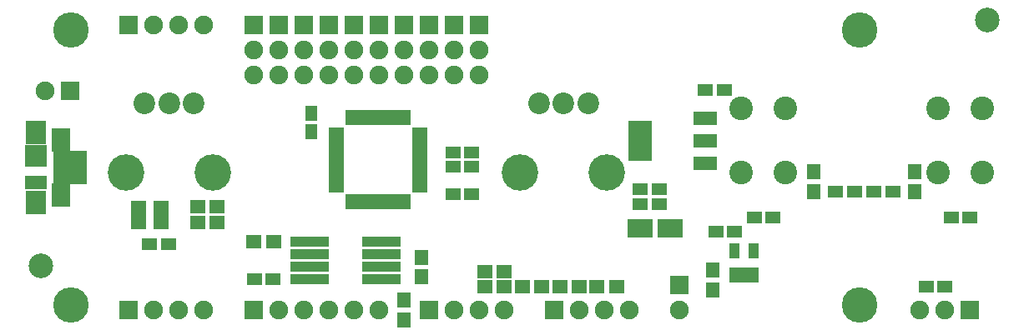
<source format=gbr>
G04 #@! TF.GenerationSoftware,KiCad,Pcbnew,(5.0.0)*
G04 #@! TF.CreationDate,2019-10-15T14:43:01+03:00*
G04 #@! TF.ProjectId,RDC2-0051,524443322D303035312E6B696361645F,rev?*
G04 #@! TF.SameCoordinates,Original*
G04 #@! TF.FileFunction,Soldermask,Top*
G04 #@! TF.FilePolarity,Negative*
%FSLAX46Y46*%
G04 Gerber Fmt 4.6, Leading zero omitted, Abs format (unit mm)*
G04 Created by KiCad (PCBNEW (5.0.0)) date 10/15/19 14:43:01*
%MOMM*%
%LPD*%
G01*
G04 APERTURE LIST*
%ADD10C,2.500000*%
%ADD11C,1.600000*%
%ADD12R,3.900000X1.050000*%
%ADD13C,3.600000*%
%ADD14C,3.700000*%
%ADD15C,2.200000*%
%ADD16R,1.900000X1.900000*%
%ADD17C,1.900000*%
%ADD18R,3.400000X0.850000*%
%ADD19R,1.950000X2.400000*%
%ADD20R,2.100000X2.400000*%
%ADD21R,2.300000X2.200000*%
%ADD22R,2.300000X1.400000*%
%ADD23C,2.400000*%
%ADD24R,1.600000X1.000000*%
%ADD25R,1.000000X1.600000*%
%ADD26R,1.600000X1.150000*%
%ADD27R,1.150000X1.600000*%
%ADD28R,2.500000X1.900000*%
%ADD29R,2.432000X4.057600*%
%ADD30R,2.432000X1.416000*%
%ADD31R,1.100000X1.500000*%
%ADD32R,1.500000X1.400000*%
%ADD33R,1.400000X1.500000*%
%ADD34O,1.900000X1.900000*%
G04 APERTURE END LIST*
D10*
G04 #@! TO.C,REF\002A\002A*
X198000000Y-68000000D03*
D11*
X198000000Y-68000000D03*
G04 #@! TD*
G04 #@! TO.C,REF\002A\002A*
X102000000Y-93000000D03*
D10*
X102000000Y-93000000D03*
G04 #@! TD*
D12*
G04 #@! TO.C,DD3*
X136500000Y-94355000D03*
X136500000Y-93085000D03*
X136500000Y-91815000D03*
X136500000Y-90545000D03*
X129200000Y-90545000D03*
X129200000Y-91815000D03*
X129200000Y-93085000D03*
X129200000Y-94355000D03*
G04 #@! TD*
D13*
G04 #@! TO.C,REF\002A\002A*
X185000000Y-97000000D03*
G04 #@! TD*
G04 #@! TO.C,REF\002A\002A*
X185000000Y-69000000D03*
G04 #@! TD*
G04 #@! TO.C,REF\002A\002A*
X105000000Y-97000000D03*
G04 #@! TD*
G04 #@! TO.C,REF\002A\002A*
X105000000Y-69000000D03*
G04 #@! TD*
D14*
G04 #@! TO.C,R8*
X159400000Y-83500000D03*
X150600000Y-83500000D03*
D15*
X157500000Y-76500000D03*
X152500000Y-76500000D03*
X155000000Y-76500000D03*
G04 #@! TD*
D14*
G04 #@! TO.C,R7*
X119400000Y-83500000D03*
X110600000Y-83500000D03*
D15*
X117500000Y-76500000D03*
X112500000Y-76500000D03*
X115000000Y-76500000D03*
G04 #@! TD*
D16*
G04 #@! TO.C,XP2*
X196240000Y-97500000D03*
D17*
X193700000Y-97500000D03*
X191160000Y-97500000D03*
G04 #@! TD*
D18*
G04 #@! TO.C,XS1*
X104900000Y-81700000D03*
X104900000Y-82350000D03*
X104900000Y-83000000D03*
X104900000Y-83650000D03*
X104900000Y-84300000D03*
D19*
X104020000Y-80230000D03*
X104020000Y-85770000D03*
D20*
X101450000Y-79450000D03*
X101450000Y-86550000D03*
D21*
X101450000Y-81850000D03*
D22*
X101450000Y-84550000D03*
G04 #@! TD*
D23*
G04 #@! TO.C,SW1*
X177500000Y-77000000D03*
X173000000Y-77000000D03*
X177500000Y-83500000D03*
X173000000Y-83500000D03*
G04 #@! TD*
G04 #@! TO.C,SW2*
X197500000Y-77000000D03*
X193000000Y-77000000D03*
X197500000Y-83500000D03*
X193000000Y-83500000D03*
G04 #@! TD*
D24*
G04 #@! TO.C,DD2*
X140450000Y-85000000D03*
X140450000Y-84200000D03*
X140450000Y-83400000D03*
X140450000Y-82600000D03*
X140450000Y-81800000D03*
X140450000Y-81000000D03*
X140450000Y-80200000D03*
X140450000Y-79400000D03*
D25*
X139000000Y-77950000D03*
X138200000Y-77950000D03*
X137400000Y-77950000D03*
X136600000Y-77950000D03*
X135800000Y-77950000D03*
X135000000Y-77950000D03*
X134200000Y-77950000D03*
X133400000Y-77950000D03*
D24*
X131950000Y-79400000D03*
X131950000Y-80200000D03*
X131950000Y-81000000D03*
X131950000Y-81800000D03*
X131950000Y-82600000D03*
X131950000Y-83400000D03*
X131950000Y-84200000D03*
X131950000Y-85000000D03*
D25*
X133400000Y-86450000D03*
X134200000Y-86450000D03*
X135000000Y-86450000D03*
X135800000Y-86450000D03*
X136600000Y-86450000D03*
X137400000Y-86450000D03*
X138200000Y-86450000D03*
X139000000Y-86450000D03*
G04 #@! TD*
D26*
G04 #@! TO.C,C1*
X171300000Y-75150000D03*
X169400000Y-75150000D03*
G04 #@! TD*
G04 #@! TO.C,C2*
X164700000Y-85200000D03*
X162800000Y-85200000D03*
G04 #@! TD*
G04 #@! TO.C,C3*
X162800000Y-86700000D03*
X164700000Y-86700000D03*
G04 #@! TD*
G04 #@! TO.C,C4*
X145700000Y-82950000D03*
X143800000Y-82950000D03*
G04 #@! TD*
G04 #@! TO.C,C5*
X176250000Y-88050000D03*
X174350000Y-88050000D03*
G04 #@! TD*
G04 #@! TO.C,C6*
X194350000Y-88050000D03*
X196250000Y-88050000D03*
G04 #@! TD*
G04 #@! TO.C,C7*
X143800000Y-85700000D03*
X145700000Y-85700000D03*
G04 #@! TD*
G04 #@! TO.C,C8*
X145700000Y-81450000D03*
X143800000Y-81450000D03*
G04 #@! TD*
D27*
G04 #@! TO.C,C9*
X129400000Y-77450000D03*
X129400000Y-79350000D03*
G04 #@! TD*
D28*
G04 #@! TO.C,C10*
X165800000Y-89200000D03*
X162800000Y-89200000D03*
G04 #@! TD*
D26*
G04 #@! TO.C,C11*
X193700000Y-95100000D03*
X191800000Y-95100000D03*
G04 #@! TD*
G04 #@! TO.C,C12*
X113000000Y-90800000D03*
X114900000Y-90800000D03*
G04 #@! TD*
G04 #@! TO.C,C13*
X125550000Y-94350000D03*
X123650000Y-94350000D03*
G04 #@! TD*
G04 #@! TO.C,C14*
X184500000Y-85450000D03*
X182600000Y-85450000D03*
G04 #@! TD*
G04 #@! TO.C,C15*
X188400000Y-85450000D03*
X186500000Y-85450000D03*
G04 #@! TD*
D29*
G04 #@! TO.C,DA1*
X162798000Y-80300000D03*
D30*
X169402000Y-80300000D03*
X169402000Y-78014000D03*
X169402000Y-82586000D03*
G04 #@! TD*
D31*
G04 #@! TO.C,DD1*
X172350000Y-93900000D03*
X173300000Y-93900000D03*
X174250000Y-93900000D03*
X174250000Y-91500000D03*
X172350000Y-91500000D03*
G04 #@! TD*
D32*
G04 #@! TO.C,R1*
X150800000Y-95100000D03*
X152800000Y-95100000D03*
G04 #@! TD*
G04 #@! TO.C,R2*
X154600000Y-95100000D03*
X156600000Y-95100000D03*
G04 #@! TD*
D33*
G04 #@! TO.C,R3*
X170100000Y-93400000D03*
X170100000Y-95400000D03*
G04 #@! TD*
D32*
G04 #@! TO.C,R4*
X119850000Y-87000000D03*
X117850000Y-87000000D03*
G04 #@! TD*
G04 #@! TO.C,R5*
X117850000Y-88600000D03*
X119850000Y-88600000D03*
G04 #@! TD*
D33*
G04 #@! TO.C,R6*
X140600000Y-92100000D03*
X140600000Y-94100000D03*
G04 #@! TD*
G04 #@! TO.C,R9*
X180350000Y-85450000D03*
X180350000Y-83450000D03*
G04 #@! TD*
G04 #@! TO.C,R10*
X190650000Y-85450000D03*
X190650000Y-83450000D03*
G04 #@! TD*
D32*
G04 #@! TO.C,R11*
X123600000Y-90500000D03*
X125600000Y-90500000D03*
G04 #@! TD*
D33*
G04 #@! TO.C,R12*
X138800000Y-96450000D03*
X138800000Y-98450000D03*
G04 #@! TD*
D32*
G04 #@! TO.C,R13*
X149000000Y-95100000D03*
X147000000Y-95100000D03*
G04 #@! TD*
G04 #@! TO.C,R14*
X147000000Y-93600000D03*
X149000000Y-93600000D03*
G04 #@! TD*
D24*
G04 #@! TO.C,VD1*
X111900000Y-86850000D03*
X111900000Y-87800000D03*
X111900000Y-88750000D03*
X114200000Y-86850000D03*
X114200000Y-87800000D03*
X114200000Y-88750000D03*
G04 #@! TD*
D16*
G04 #@! TO.C,XP1*
X166760000Y-94960000D03*
D34*
X166760000Y-97500000D03*
G04 #@! TD*
G04 #@! TO.C,XP3*
X102360000Y-75200000D03*
D16*
X104900000Y-75200000D03*
G04 #@! TD*
G04 #@! TO.C,XP4*
X110880000Y-97500000D03*
D34*
X113420000Y-97500000D03*
X115960000Y-97500000D03*
X118500000Y-97500000D03*
G04 #@! TD*
D16*
G04 #@! TO.C,XP6*
X141360000Y-97500000D03*
D34*
X143900000Y-97500000D03*
X146440000Y-97500000D03*
X148980000Y-97500000D03*
G04 #@! TD*
G04 #@! TO.C,XP7*
X161680000Y-97500000D03*
X159140000Y-97500000D03*
X156600000Y-97500000D03*
D16*
X154060000Y-97500000D03*
G04 #@! TD*
D34*
G04 #@! TO.C,XP8*
X118500000Y-68500000D03*
X115960000Y-68500000D03*
X113420000Y-68500000D03*
D16*
X110880000Y-68500000D03*
G04 #@! TD*
G04 #@! TO.C,XP11*
X146440000Y-68500000D03*
D17*
X146440000Y-71040000D03*
X146440000Y-73580000D03*
G04 #@! TD*
G04 #@! TO.C,XP12*
X143900000Y-73580000D03*
X143900000Y-71040000D03*
D16*
X143900000Y-68500000D03*
G04 #@! TD*
D17*
G04 #@! TO.C,XP13*
X141360000Y-73580000D03*
X141360000Y-71040000D03*
D16*
X141360000Y-68500000D03*
G04 #@! TD*
D17*
G04 #@! TO.C,XP14*
X138820000Y-73580000D03*
X138820000Y-71040000D03*
D16*
X138820000Y-68500000D03*
G04 #@! TD*
G04 #@! TO.C,XP15*
X136280000Y-68500000D03*
D17*
X136280000Y-71040000D03*
X136280000Y-73580000D03*
G04 #@! TD*
G04 #@! TO.C,XP16*
X133740000Y-73580000D03*
X133740000Y-71040000D03*
D16*
X133740000Y-68500000D03*
G04 #@! TD*
G04 #@! TO.C,XP17*
X131200000Y-68500000D03*
D17*
X131200000Y-71040000D03*
X131200000Y-73580000D03*
G04 #@! TD*
G04 #@! TO.C,XP18*
X128660000Y-73580000D03*
X128660000Y-71040000D03*
D16*
X128660000Y-68500000D03*
G04 #@! TD*
G04 #@! TO.C,XP19*
X126120000Y-68500000D03*
D17*
X126120000Y-71040000D03*
X126120000Y-73580000D03*
G04 #@! TD*
D16*
G04 #@! TO.C,XP20*
X123580000Y-68500000D03*
D17*
X123580000Y-71040000D03*
X123580000Y-73580000D03*
G04 #@! TD*
D16*
G04 #@! TO.C,XP5*
X123580000Y-97500000D03*
D17*
X126120000Y-97500000D03*
X128660000Y-97500000D03*
X131200000Y-97500000D03*
X133740000Y-97500000D03*
X136280000Y-97500000D03*
G04 #@! TD*
D26*
G04 #@! TO.C,C16*
X170450000Y-89550000D03*
X172350000Y-89550000D03*
G04 #@! TD*
D32*
G04 #@! TO.C,R15*
X158400000Y-95100000D03*
X160400000Y-95100000D03*
G04 #@! TD*
M02*

</source>
